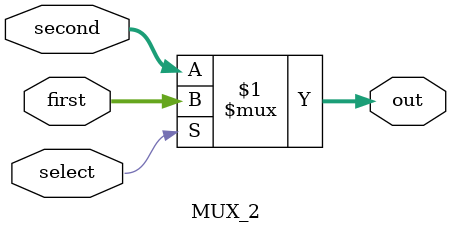
<source format=v>
module MUX_2(input [31:0] first, second, input select,output [31:0] out);
	assign out = select ? first : second; 
endmodule
</source>
